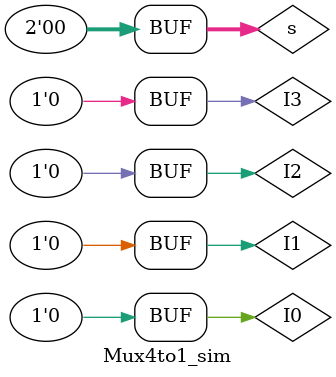
<source format=v>
`timescale 1ns / 1ps
module Mux4to1_sim();
   reg [1:0] s;
   reg I0;
   reg I1;
   reg I2;
   reg I3;
   wire o;
   Mux4to1 UUT (
		.s(s), 
		.I0(I0), 
		.I1(I1), 
		.I2(I2), 
		.I3(I3), 
		.o(o)
   );
initial begin
		s = 0;
		I0 = 1;
		I1 = 0;
		I2 = 0;
		I3 = 0;
		#50;
		I0 = 1;
		I1 = 0;
		I2 = 1;
		I3 = 0;
		#50;
		s = 1;
		I0 = 1;
		I1 = 0;
		I2 = 1;
		I3 = 1;
		#50;
		I0 = 1;
		I1 = 1;
		I2 = 1;
		I3 = 1;
		#50;
		s = 2;
		I0 = 0;
		I1 = 1;
		I2 = 1;
		I3 = 0;
		#50;
		I0 = 1;
		I1 = 0;
		I2 = 0;
		I3 = 0;
		#50;
		s = 3;
		I0 = 1;
		I1 = 1;
		I2 = 0;
		I3 = 1;
		#50;
		I0 = 1;
		I1 = 0;
		I2 = 0;
		I3 = 1;
		#50;
		s = 0;
		I0 = 0;
		I1 = 0;
		I2 = 0;
		I3 = 0;
		end
endmodule

</source>
